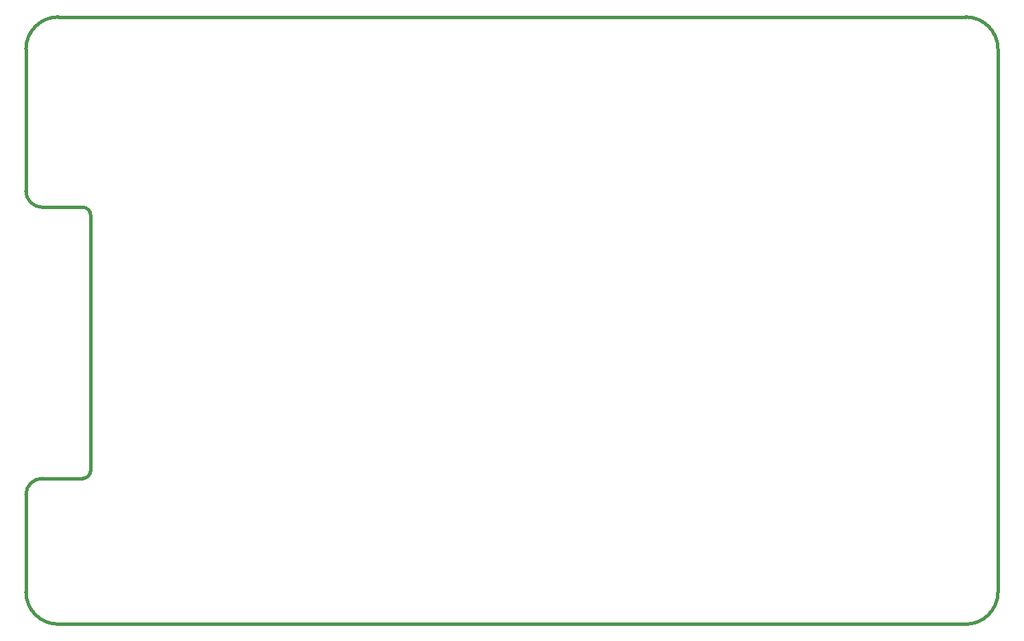
<source format=gko>
%FSLAX34Y34*%
G04 Gerber Fmt 3.4, Leading zero omitted, Abs format*
G04 (created by PCBNEW (2014-03-01 BZR 4730)-product) date Tuesday, July 01, 2014 'PMt' 01:30:26 PM*
%MOIN*%
G01*
G70*
G90*
G04 APERTURE LIST*
%ADD10C,0.006000*%
%ADD11C,0.015000*%
G04 APERTURE END LIST*
G54D10*
G54D11*
X23622Y-40944D02*
X23622Y-47834D01*
X23622Y-67322D02*
X23622Y-62598D01*
X24409Y-61811D02*
X26377Y-61811D01*
X26771Y-61417D02*
X26771Y-49015D01*
X24409Y-48622D02*
X26377Y-48622D01*
X26377Y-61811D02*
G75*
G03X26771Y-61417I0J393D01*
G74*
G01*
X26771Y-49015D02*
G75*
G03X26377Y-48622I-393J0D01*
G74*
G01*
X24409Y-61811D02*
G75*
G03X23622Y-62598I0J-787D01*
G74*
G01*
X23622Y-47834D02*
G75*
G03X24409Y-48622I787J0D01*
G74*
G01*
X70866Y-67322D02*
X70866Y-40944D01*
X69291Y-39370D02*
X25196Y-39370D01*
X25196Y-68897D02*
X69291Y-68897D01*
X69291Y-68897D02*
G75*
G03X70866Y-67322I0J1574D01*
G74*
G01*
X70866Y-40944D02*
G75*
G03X69291Y-39370I-1574J0D01*
G74*
G01*
X23622Y-67322D02*
G75*
G03X25196Y-68897I1574J0D01*
G74*
G01*
X25196Y-39370D02*
G75*
G03X23622Y-40944I0J-1574D01*
G74*
G01*
M02*

</source>
